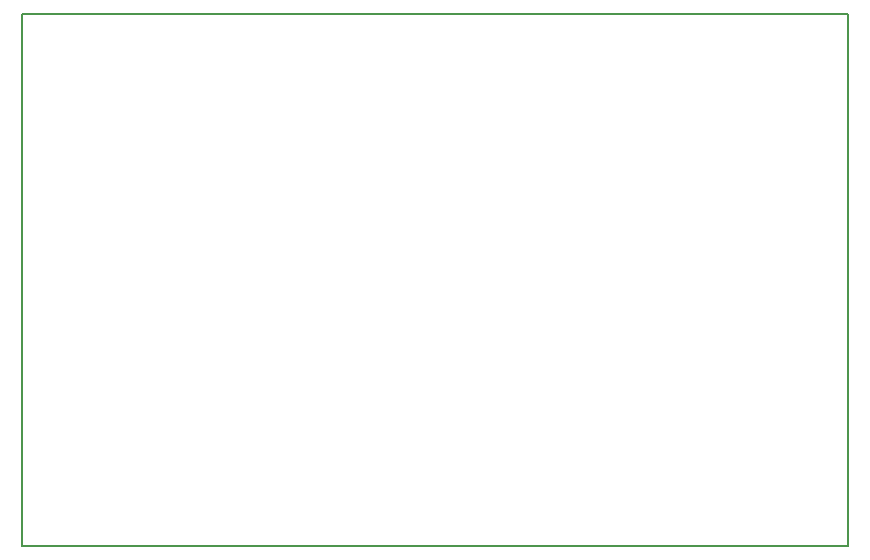
<source format=gm1>
%TF.GenerationSoftware,KiCad,Pcbnew,(6.0.0)*%
%TF.CreationDate,2022-01-24T15:51:04+11:00*%
%TF.ProjectId,Battery Monitor,42617474-6572-4792-904d-6f6e69746f72,rev?*%
%TF.SameCoordinates,Original*%
%TF.FileFunction,Profile,NP*%
%FSLAX46Y46*%
G04 Gerber Fmt 4.6, Leading zero omitted, Abs format (unit mm)*
G04 Created by KiCad (PCBNEW (6.0.0)) date 2022-01-24 15:51:04*
%MOMM*%
%LPD*%
G01*
G04 APERTURE LIST*
%TA.AperFunction,Profile*%
%ADD10C,0.150000*%
%TD*%
G04 APERTURE END LIST*
D10*
X130000000Y-80000000D02*
X200000000Y-80000000D01*
X200000000Y-80000000D02*
X200000000Y-125000000D01*
X200000000Y-125000000D02*
X130000000Y-125000000D01*
X130000000Y-125000000D02*
X130000000Y-80000000D01*
M02*

</source>
